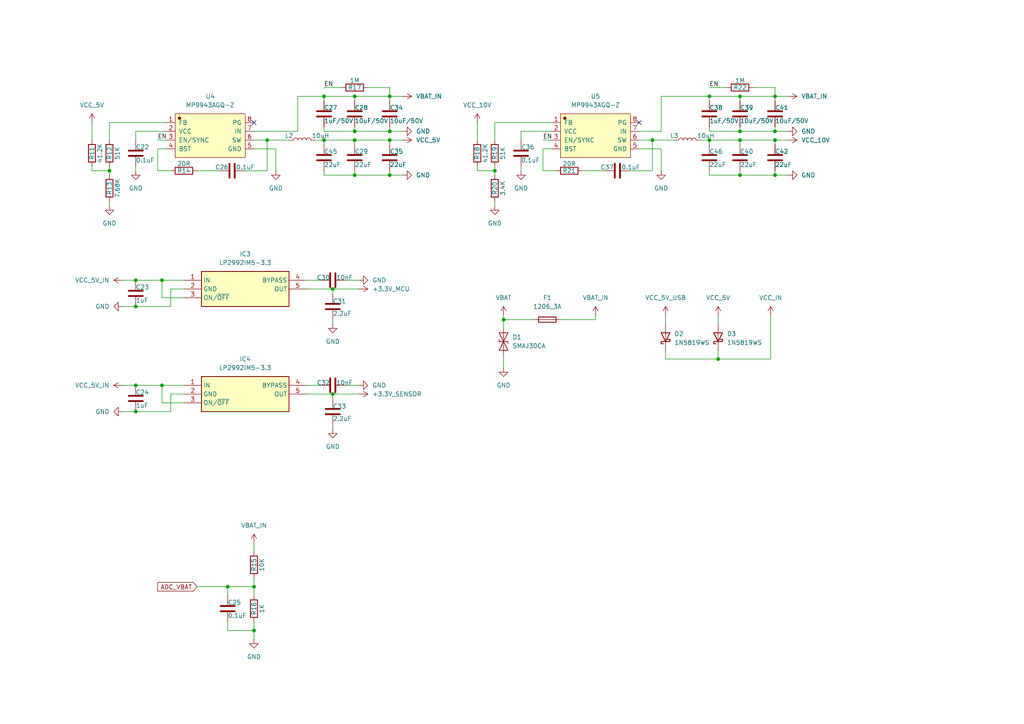
<source format=kicad_sch>
(kicad_sch (version 20250114) (generator "eeschema") (generator_version "9.0")
  (paper "A4")
  (lib_symbols
    (symbol "Library:1N5819WS" (pin_numbers (hide yes)) (pin_names (offset 1.016) (hide yes))
      (property "Reference" "D" (at 0 2.54 0))
      (property "Value" "1N5819WS" (at 0 -2.54 0))
      (symbol "1N5819WS_0_1"
        (polyline (pts (xy -1.905 0.635) (xy -1.905 1.27) (xy -1.27 1.27) (xy -1.27 -1.27) (xy -0.635 -1.27) (xy -0.635 -0.635)) (stroke (width 0.254)))
        (polyline (pts (xy 1.27 1.27) (xy 1.27 -1.27) (xy -1.27 0) (xy 1.27 1.27)) (stroke (width 0.254)))
        (polyline (pts (xy 1.27 0) (xy -1.27 0)))
      )
      (symbol "1N5819WS_1_1"
        (pin passive line (at -3.81 0 0) (length 2.54) (name "K") (number "1"))
        (pin passive line (at 3.81 0 180) (length 2.54) (name "A") (number "2"))
      )
    )
    (symbol "Library:C" (pin_numbers (hide yes)) (pin_names (offset 0.254))
      (property "Reference" "C" (at 0.635 2.54 0))
      (property "Value" "C" (at 0.635 -2.54 0))
      (symbol "C_0_1"
        (polyline (pts (xy -2.032 0.762) (xy 2.032 0.762)) (stroke (width 0.508)))
        (polyline (pts (xy -2.032 -0.762) (xy 2.032 -0.762)) (stroke (width 0.508)))
      )
      (symbol "C_1_1"
        (pin passive line (at 0 3.81 270) (length 2.794) (name "~") (number "1"))
        (pin passive line (at 0 -3.81 90) (length 2.794) (name "~") (number "2"))
      )
    )
    (symbol "Library:Fuse" (pin_numbers (hide yes)) (pin_names (offset 0))
      (property "Reference" "F" (at 2.032 0 90))
      (property "Value" "Fuse" (at -1.905 0 90))
      (symbol "Fuse_0_1"
        (rectangle (start -0.762 -2.54) (end 0.762 2.54) (stroke (width 0.254)))
        (polyline (pts (xy 0 2.54) (xy 0 -2.54)))
      )
      (symbol "Fuse_1_1"
        (pin passive line (at 0 3.81 270) (length 1.27) (name "~") (number "1"))
        (pin passive line (at 0 -3.81 90) (length 1.27) (name "~") (number "2"))
      )
    )
    (symbol "Library:L" (pin_numbers (hide yes)) (pin_names (offset 1.016) (hide yes))
      (property "Reference" "L" (at -1.27 0 90))
      (property "Value" "L" (at 1.905 0 90))
      (symbol "L_0_1"
        (arc (start 0 2.54) (mid 0.6323 1.905) (end 0 1.27))
        (arc (start 0 1.27) (mid 0.6323 0.635) (end 0 0))
        (arc (start 0 0) (mid 0.6323 -0.635) (end 0 -1.27))
        (arc (start 0 -1.27) (mid 0.6323 -1.905) (end 0 -2.54))
      )
      (symbol "L_1_1"
        (pin passive line (at 0 3.81 270) (length 1.27) (name "1") (number "1"))
        (pin passive line (at 0 -3.81 90) (length 1.27) (name "2") (number "2"))
      )
    )
    (symbol "Library:LP2992IM5-3.3"
      (property "Reference" "IC" (at 31.75 7.62 0))
      (property "Value" "LP2992IM5-3.3" (at 31.75 5.08 0))
      (symbol "LP2992IM5-3.3_1_1"
        (rectangle (start 5.08 2.54) (end 30.48 -7.62) (stroke (width 0.254)) (fill (type background)))
        (pin passive line (at 0 0 0) (length 5.08) (name "IN") (number "1"))
        (pin passive line (at 0 -2.54 0) (length 5.08) (name "GND") (number "2"))
        (pin passive line (at 0 -5.08 0) (length 5.08) (name "ON/~{OFF}") (number "3"))
        (pin passive line (at 35.56 0 180) (length 5.08) (name "BYPASS") (number "4"))
        (pin passive line (at 35.56 -2.54 180) (length 5.08) (name "OUT") (number "5"))
      )
    )
    (symbol "Library:MP9943AGQ-Z" (pin_names (offset 1.016))
      (property "Reference" "U" (at 0 8.9662 0))
      (property "Value" "MP9943AGQ-Z" (at 0 14.0462 0))
      (symbol "MP9943AGQ-Z_1_1"
        (rectangle (start -10.16 6.35) (end 10.16 -6.35) (stroke (width 0.1524)) (fill (type background)))
        (circle (center -8.89 5.08) (radius 0.381) (stroke (width 0.1524)) (fill (type outline)))
        (pin input line (at -12.7 3.81 0) (length 2.54) (name "FB") (number "1"))
        (pin input line (at -12.7 1.27 0) (length 2.54) (name "VCC") (number "2"))
        (pin input line (at -12.7 -1.27 0) (length 2.54) (name "EN/SYNC") (number "3"))
        (pin input line (at -12.7 -3.81 0) (length 2.54) (name "BST") (number "4"))
        (pin input line (at 12.7 3.81 180) (length 2.54) (name "PG") (number "8"))
        (pin input line (at 12.7 1.27 180) (length 2.54) (name "IN") (number "7"))
        (pin input line (at 12.7 -1.27 180) (length 2.54) (name "SW") (number "6"))
        (pin input line (at 12.7 -3.81 180) (length 2.54) (name "GND") (number "5"))
      )
    )
    (symbol "Library:R" (pin_numbers (hide yes)) (pin_names (offset 0))
      (property "Reference" "R" (at 2.032 0 90))
      (property "Value" "R" (at 0 0 90))
      (symbol "R_0_1"
        (rectangle (start -1.016 -2.54) (end 1.016 2.54) (stroke (width 0.254)))
      )
      (symbol "R_1_1"
        (pin passive line (at 0 3.81 270) (length 1.27) (name "~") (number "1"))
        (pin passive line (at 0 -3.81 90) (length 1.27) (name "~") (number "2"))
      )
    )
    (symbol "Library:SMAJ30CA" (pin_numbers (hide yes)) (pin_names (offset 1.016) (hide yes))
      (property "Reference" "D" (at 0 2.54 0))
      (property "Value" "SMAJ30CA" (at 0 -2.54 0))
      (symbol "SMAJ30CA_0_1"
        (polyline (pts (xy -2.54 -1.27) (xy 0 0) (xy -2.54 1.27) (xy -2.54 -1.27)) (stroke (width 0.2032)))
        (polyline (pts (xy 0.508 1.27) (xy 0 1.27) (xy 0 -1.27) (xy -0.508 -1.27)) (stroke (width 0.2032)))
        (polyline (pts (xy 1.27 0) (xy -1.27 0)))
        (polyline (pts (xy 2.54 1.27) (xy 2.54 -1.27) (xy 0 0) (xy 2.54 1.27)) (stroke (width 0.2032)))
      )
      (symbol "SMAJ30CA_1_1"
        (pin passive line (at -3.81 0 0) (length 2.54) (name "A1") (number "1"))
        (pin passive line (at 3.81 0 180) (length 2.54) (name "A2") (number "2"))
      )
    )
    (symbol "power:+3.3V" (power) (pin_numbers (hide yes)) (pin_names (offset 0) (hide yes))
      (property "Value" "+3.3V" (at 0 3.556 0))
      (symbol "+3.3V_0_1"
        (polyline (pts (xy -0.762 1.27) (xy 0 2.54)))
        (polyline (pts (xy 0 2.54) (xy 0.762 1.27)))
        (polyline (pts (xy 0 0) (xy 0 2.54)))
      )
      (symbol "+3.3V_1_1"
        (pin power_in line (at 0 0 90) (length 0) (name "~") (number "1"))
      )
    )
    (symbol "power:GND" (power) (pin_numbers (hide yes)) (pin_names (offset 0) (hide yes))
      (property "Value" "GND" (at 0 -3.81 0))
      (symbol "GND_0_1"
        (polyline (pts (xy 0 0) (xy 0 -1.27) (xy 1.27 -1.27) (xy 0 -2.54) (xy -1.27 -1.27) (xy 0 -1.27)))
      )
      (symbol "GND_1_1"
        (pin power_in line (at 0 0 270) (length 0) (name "~") (number "1"))
      )
    )
    (symbol "power:VCC" (power) (pin_numbers (hide yes)) (pin_names (offset 0) (hide yes))
      (property "Value" "VCC" (at 0 3.556 0))
      (symbol "VCC_0_1"
        (polyline (pts (xy -0.762 1.27) (xy 0 2.54)))
        (polyline (pts (xy 0 2.54) (xy 0.762 1.27)))
        (polyline (pts (xy 0 0) (xy 0 2.54)))
      )
      (symbol "VCC_1_1"
        (pin power_in line (at 0 0 90) (length 0) (name "~") (number "1"))
      )
    )
  )
  (junction (at 205.74 27.94))
  (junction (at 39.37 88.9))
  (junction (at 102.87 40.64))
  (junction (at 39.37 81.28))
  (junction (at 73.66 170.18))
  (junction (at 143.51 49.53))
  (junction (at 46.99 81.28))
  (junction (at 102.87 50.8))
  (junction (at 214.63 38.1))
  (junction (at 77.47 40.64))
  (junction (at 39.37 111.76))
  (junction (at 113.03 50.8))
  (junction (at 224.79 27.94))
  (junction (at 39.37 119.38))
  (junction (at 214.63 50.8))
  (junction (at 113.03 38.1))
  (junction (at 93.98 27.94))
  (junction (at 102.87 27.94))
  (junction (at 224.79 40.64))
  (junction (at 73.66 182.88))
  (junction (at 205.74 40.64))
  (junction (at 214.63 40.64))
  (junction (at 146.05 92.71))
  (junction (at 214.63 27.94))
  (junction (at 224.79 50.8))
  (junction (at 224.79 38.1))
  (junction (at 31.75 49.53))
  (junction (at 113.03 40.64))
  (junction (at 93.98 40.64))
  (junction (at 208.28 104.14))
  (junction (at 96.52 114.3))
  (junction (at 66.04 170.18))
  (junction (at 189.23 40.64))
  (junction (at 96.52 83.82))
  (junction (at 113.03 27.94))
  (junction (at 46.99 111.76))
  (junction (at 102.87 38.1))
  (no_connect (at 73.66 35.56))
  (no_connect (at 185.42 35.56))
  (wire (pts (xy 46.99 116.84) (xy 46.99 111.76)))
  (wire (pts (xy 224.79 50.8) (xy 228.6 50.8)))
  (wire (pts (xy 93.98 36.83) (xy 93.98 38.1)))
  (wire (pts (xy 53.34 116.84) (xy 46.99 116.84)))
  (wire (pts (xy 77.47 40.64) (xy 83.82 40.64)))
  (wire (pts (xy 151.13 48.26) (xy 151.13 49.53)))
  (wire (pts (xy 193.04 104.14) (xy 208.28 104.14)))
  (wire (pts (xy 162.56 92.71) (xy 172.72 92.71)))
  (wire (pts (xy 46.99 111.76) (xy 53.34 111.76)))
  (wire (pts (xy 93.98 27.94) (xy 102.87 27.94)))
  (wire (pts (xy 205.74 25.4) (xy 210.82 25.4)))
  (wire (pts (xy 146.05 92.71) (xy 154.94 92.71)))
  (wire (pts (xy 93.98 49.53) (xy 93.98 50.8)))
  (wire (pts (xy 224.79 40.64) (xy 224.79 41.91)))
  (wire (pts (xy 205.74 38.1) (xy 214.63 38.1)))
  (wire (pts (xy 57.15 49.53) (xy 63.5 49.53)))
  (wire (pts (xy 157.48 40.64) (xy 160.02 40.64)))
  (wire (pts (xy 157.48 43.18) (xy 157.48 49.53)))
  (wire (pts (xy 189.23 40.64) (xy 185.42 40.64)))
  (wire (pts (xy 93.98 38.1) (xy 102.87 38.1)))
  (wire (pts (xy 214.63 38.1) (xy 224.79 38.1)))
  (wire (pts (xy 214.63 27.94) (xy 224.79 27.94)))
  (wire (pts (xy 31.75 58.42) (xy 31.75 59.69)))
  (wire (pts (xy 185.42 38.1) (xy 191.77 38.1)))
  (wire (pts (xy 26.67 49.53) (xy 31.75 49.53)))
  (wire (pts (xy 138.43 48.26) (xy 138.43 49.53)))
  (wire (pts (xy 214.63 40.64) (xy 214.63 41.91)))
  (wire (pts (xy 53.34 114.3) (xy 49.53 114.3)))
  (wire (pts (xy 73.66 167.64) (xy 73.66 170.18)))
  (wire (pts (xy 172.72 91.44) (xy 172.72 92.71)))
  (wire (pts (xy 35.56 119.38) (xy 39.37 119.38)))
  (wire (pts (xy 73.66 157.48) (xy 73.66 160.02)))
  (wire (pts (xy 191.77 27.94) (xy 191.77 38.1)))
  (wire (pts (xy 31.75 49.53) (xy 31.75 50.8)))
  (wire (pts (xy 102.87 27.94) (xy 102.87 29.21)))
  (wire (pts (xy 146.05 91.44) (xy 146.05 92.71)))
  (wire (pts (xy 35.56 81.28) (xy 39.37 81.28)))
  (wire (pts (xy 113.03 50.8) (xy 116.84 50.8)))
  (wire (pts (xy 113.03 27.94) (xy 116.84 27.94)))
  (wire (pts (xy 102.87 36.83) (xy 102.87 38.1)))
  (wire (pts (xy 53.34 86.36) (xy 46.99 86.36)))
  (wire (pts (xy 102.87 27.94) (xy 113.03 27.94)))
  (wire (pts (xy 93.98 27.94) (xy 93.98 29.21)))
  (wire (pts (xy 113.03 49.53) (xy 113.03 50.8)))
  (wire (pts (xy 48.26 38.1) (xy 39.37 38.1)))
  (wire (pts (xy 208.28 104.14) (xy 223.52 104.14)))
  (wire (pts (xy 151.13 38.1) (xy 151.13 40.64)))
  (wire (pts (xy 208.28 101.6) (xy 208.28 104.14)))
  (wire (pts (xy 189.23 40.64) (xy 195.58 40.64)))
  (wire (pts (xy 46.99 86.36) (xy 46.99 81.28)))
  (wire (pts (xy 113.03 40.64) (xy 113.03 41.91)))
  (wire (pts (xy 73.66 38.1) (xy 86.36 38.1)))
  (wire (pts (xy 48.26 43.18) (xy 45.72 43.18)))
  (wire (pts (xy 205.74 36.83) (xy 205.74 38.1)))
  (wire (pts (xy 203.2 40.64) (xy 205.74 40.64)))
  (wire (pts (xy 113.03 38.1) (xy 116.84 38.1)))
  (wire (pts (xy 102.87 40.64) (xy 113.03 40.64)))
  (wire (pts (xy 86.36 27.94) (xy 93.98 27.94)))
  (wire (pts (xy 205.74 27.94) (xy 205.74 29.21)))
  (wire (pts (xy 49.53 83.82) (xy 49.53 88.9)))
  (wire (pts (xy 146.05 92.71) (xy 146.05 95.25)))
  (wire (pts (xy 224.79 27.94) (xy 228.6 27.94)))
  (wire (pts (xy 88.9 114.3) (xy 96.52 114.3)))
  (wire (pts (xy 66.04 170.18) (xy 66.04 172.72)))
  (wire (pts (xy 35.56 88.9) (xy 39.37 88.9)))
  (wire (pts (xy 92.71 111.76) (xy 88.9 111.76)))
  (wire (pts (xy 224.79 49.53) (xy 224.79 50.8)))
  (wire (pts (xy 205.74 40.64) (xy 214.63 40.64)))
  (wire (pts (xy 113.03 25.4) (xy 113.03 27.94)))
  (wire (pts (xy 39.37 38.1) (xy 39.37 40.64)))
  (wire (pts (xy 113.03 40.64) (xy 116.84 40.64)))
  (wire (pts (xy 31.75 48.26) (xy 31.75 49.53)))
  (wire (pts (xy 39.37 48.26) (xy 39.37 49.53)))
  (wire (pts (xy 189.23 49.53) (xy 189.23 40.64)))
  (wire (pts (xy 86.36 27.94) (xy 86.36 38.1)))
  (wire (pts (xy 49.53 114.3) (xy 49.53 119.38)))
  (wire (pts (xy 96.52 83.82) (xy 104.14 83.82)))
  (wire (pts (xy 77.47 40.64) (xy 73.66 40.64)))
  (wire (pts (xy 66.04 182.88) (xy 73.66 182.88)))
  (wire (pts (xy 224.79 36.83) (xy 224.79 38.1)))
  (wire (pts (xy 45.72 43.18) (xy 45.72 49.53)))
  (wire (pts (xy 224.79 40.64) (xy 228.6 40.64)))
  (wire (pts (xy 146.05 102.87) (xy 146.05 106.68)))
  (wire (pts (xy 66.04 180.34) (xy 66.04 182.88)))
  (wire (pts (xy 193.04 101.6) (xy 193.04 104.14)))
  (wire (pts (xy 143.51 48.26) (xy 143.51 49.53)))
  (wire (pts (xy 93.98 25.4) (xy 99.06 25.4)))
  (wire (pts (xy 39.37 88.9) (xy 49.53 88.9)))
  (wire (pts (xy 93.98 50.8) (xy 102.87 50.8)))
  (wire (pts (xy 66.04 170.18) (xy 73.66 170.18)))
  (wire (pts (xy 102.87 40.64) (xy 102.87 41.91)))
  (wire (pts (xy 88.9 83.82) (xy 96.52 83.82)))
  (wire (pts (xy 31.75 35.56) (xy 48.26 35.56)))
  (wire (pts (xy 208.28 91.44) (xy 208.28 93.98)))
  (wire (pts (xy 102.87 50.8) (xy 113.03 50.8)))
  (wire (pts (xy 35.56 111.76) (xy 39.37 111.76)))
  (wire (pts (xy 143.51 49.53) (xy 143.51 50.8)))
  (wire (pts (xy 168.91 49.53) (xy 175.26 49.53)))
  (wire (pts (xy 39.37 119.38) (xy 49.53 119.38)))
  (wire (pts (xy 77.47 49.53) (xy 77.47 40.64)))
  (wire (pts (xy 224.79 38.1) (xy 228.6 38.1)))
  (wire (pts (xy 73.66 43.18) (xy 80.01 43.18)))
  (wire (pts (xy 96.52 83.82) (xy 96.52 85.09)))
  (wire (pts (xy 138.43 49.53) (xy 143.51 49.53)))
  (wire (pts (xy 39.37 81.28) (xy 46.99 81.28)))
  (wire (pts (xy 73.66 170.18) (xy 73.66 172.72)))
  (wire (pts (xy 138.43 35.56) (xy 138.43 40.64)))
  (wire (pts (xy 214.63 27.94) (xy 214.63 29.21)))
  (wire (pts (xy 100.33 111.76) (xy 104.14 111.76)))
  (wire (pts (xy 73.66 182.88) (xy 73.66 180.34)))
  (wire (pts (xy 191.77 43.18) (xy 191.77 49.53)))
  (wire (pts (xy 26.67 48.26) (xy 26.67 49.53)))
  (wire (pts (xy 185.42 43.18) (xy 191.77 43.18)))
  (wire (pts (xy 57.15 170.18) (xy 66.04 170.18)))
  (wire (pts (xy 91.44 40.64) (xy 93.98 40.64)))
  (wire (pts (xy 224.79 27.94) (xy 224.79 29.21)))
  (wire (pts (xy 214.63 36.83) (xy 214.63 38.1)))
  (wire (pts (xy 113.03 36.83) (xy 113.03 38.1)))
  (wire (pts (xy 46.99 81.28) (xy 53.34 81.28)))
  (wire (pts (xy 102.87 38.1) (xy 113.03 38.1)))
  (wire (pts (xy 73.66 182.88) (xy 73.66 185.42)))
  (wire (pts (xy 100.33 81.28) (xy 104.14 81.28)))
  (wire (pts (xy 93.98 40.64) (xy 93.98 41.91)))
  (wire (pts (xy 31.75 35.56) (xy 31.75 40.64)))
  (wire (pts (xy 96.52 123.19) (xy 96.52 124.46)))
  (wire (pts (xy 96.52 92.71) (xy 96.52 93.98)))
  (wire (pts (xy 106.68 25.4) (xy 113.03 25.4)))
  (wire (pts (xy 205.74 27.94) (xy 214.63 27.94)))
  (wire (pts (xy 205.74 40.64) (xy 205.74 41.91)))
  (wire (pts (xy 53.34 83.82) (xy 49.53 83.82)))
  (wire (pts (xy 143.51 35.56) (xy 160.02 35.56)))
  (wire (pts (xy 214.63 49.53) (xy 214.63 50.8)))
  (wire (pts (xy 160.02 43.18) (xy 157.48 43.18)))
  (wire (pts (xy 160.02 38.1) (xy 151.13 38.1)))
  (wire (pts (xy 214.63 50.8) (xy 224.79 50.8)))
  (wire (pts (xy 205.74 50.8) (xy 214.63 50.8)))
  (wire (pts (xy 143.51 35.56) (xy 143.51 40.64)))
  (wire (pts (xy 96.52 114.3) (xy 96.52 115.57)))
  (wire (pts (xy 102.87 49.53) (xy 102.87 50.8)))
  (wire (pts (xy 218.44 25.4) (xy 224.79 25.4)))
  (wire (pts (xy 223.52 91.44) (xy 223.52 104.14)))
  (wire (pts (xy 39.37 111.76) (xy 46.99 111.76)))
  (wire (pts (xy 71.12 49.53) (xy 77.47 49.53)))
  (wire (pts (xy 157.48 49.53) (xy 161.29 49.53)))
  (wire (pts (xy 205.74 49.53) (xy 205.74 50.8)))
  (wire (pts (xy 45.72 40.64) (xy 48.26 40.64)))
  (wire (pts (xy 93.98 40.64) (xy 102.87 40.64)))
  (wire (pts (xy 224.79 25.4) (xy 224.79 27.94)))
  (wire (pts (xy 143.51 58.42) (xy 143.51 59.69)))
  (wire (pts (xy 80.01 43.18) (xy 80.01 49.53)))
  (wire (pts (xy 214.63 40.64) (xy 224.79 40.64)))
  (wire (pts (xy 182.88 49.53) (xy 189.23 49.53)))
  (wire (pts (xy 191.77 27.94) (xy 205.74 27.94)))
  (wire (pts (xy 92.71 81.28) (xy 88.9 81.28)))
  (wire (pts (xy 26.67 35.56) (xy 26.67 40.64)))
  (wire (pts (xy 96.52 114.3) (xy 104.14 114.3)))
  (wire (pts (xy 113.03 27.94) (xy 113.03 29.21)))
  (wire (pts (xy 45.72 49.53) (xy 49.53 49.53)))
  (wire (pts (xy 193.04 91.44) (xy 193.04 93.98)))
  (label "EN" (at 205.74 25.4 0))
  (label "EN" (at 93.98 25.4 0))
  (label "EN" (at 45.72 40.64 0))
  (label "EN" (at 157.48 40.64 0))
  (global_label "ADC_VBAT" (shape input) (at 57.15 170.18 180) (property "Intersheetrefs" "${INTERSHEET_REFS}" (effects (hide yes))))
  (symbol (lib_id "power:VCC") (at 138.43 35.56 0) (unit 1)
    (property "Reference" "#PWR062" (effects (hide yes)))
    (property "Value" "VCC_10V" (at 138.43 30.48 0))
    (property "Description" "Power symbol creates a global label with name \"VCC\"" (effects (hide yes)))
  )
  (symbol (lib_id "Library:R") (at 214.63 25.4 90) (unit 1)
    (property "Reference" "R22" (at 214.63 25.4 90))
    (property "Value" "1M" (at 214.63 23.368 90))
    (property "Footprint" "Resistor_SMD:R_0402_1005Metric" (effects (hide yes)))
    (property "Description" "Resistor" (effects (hide yes)))
  )
  (symbol (lib_id "power:GND") (at 96.52 124.46 0) (unit 1)
    (property "Reference" "#PWR053" (effects (hide yes)))
    (property "Value" "GND" (at 96.52 129.54 0))
    (property "Description" "Power symbol creates a global label with name \"GND\" , ground" (effects (hide yes)))
  )
  (symbol (lib_id "Library:Fuse") (at 158.75 92.71 90) (unit 1)
    (property "Reference" "F1" (at 158.75 86.36 90))
    (property "Value" "1206_3A" (at 158.75 88.9 90))
    (property "Footprint" "Resistor_SMD:R_1206_3216Metric" (effects (hide yes)))
    (property "Description" "Fuse" (effects (hide yes)))
  )
  (symbol (lib_id "Library:C") (at 67.31 49.53 90) (unit 1)
    (property "Reference" "C26" (at 66.294 48.514 90) (effects (justify left)))
    (property "Value" "0.1uF" (at 73.914 48.514 90) (effects (justify left)))
    (property "Footprint" "Capacitor_SMD:C_0402_1005Metric" (effects (hide yes)))
    (property "Description" "Unpolarized capacitor" (effects (hide yes)))
  )
  (symbol (lib_id "Library:1N5819WS") (at 193.04 97.79 90) (unit 1)
    (property "Reference" "D2" (at 195.58 96.8374 90) (effects (justify right)))
    (property "Value" "1N5819WS" (at 195.58 99.3774 90) (effects (justify right)))
    (property "Footprint" "Diode_SMD:D_SOD-323" (effects (hide yes)))
    (property "Datasheet" "https://datasheet.lcsc.com/lcsc/2204281430_Guangdong-Hottech-1N5819WS_C191023.pdf" (effects (hide yes)))
    (property "Description" "40V 600mV@1A 1A SOD-323 Schottky Barrier Diodes, SOD-323" (effects (hide yes)))
  )
  (symbol (lib_id "Library:C") (at 93.98 33.02 0) (unit 1)
    (property "Reference" "C27" (at 93.98 31.242 0) (effects (justify left)))
    (property "Value" "1uF/50V" (at 93.98 35.052 0) (effects (justify left)))
    (property "Footprint" "Capacitor_SMD:C_0805_2012Metric" (effects (hide yes)))
    (property "Description" "Unpolarized capacitor" (effects (hide yes)))
  )
  (symbol (lib_id "power:VCC") (at 223.52 91.44 0) (unit 1)
    (property "Reference" "#PWR075" (effects (hide yes)))
    (property "Value" "VCC_IN" (at 223.52 86.36 0))
    (property "Description" "Power symbol creates a global label with name \"VCC\"" (effects (hide yes)))
  )
  (symbol (lib_id "Library:R") (at 53.34 49.53 90) (unit 1)
    (property "Reference" "R14" (at 53.34 49.53 90))
    (property "Value" "20R" (at 53.34 47.498 90))
    (property "Footprint" "Resistor_SMD:R_0402_1005Metric" (effects (hide yes)))
    (property "Description" "Resistor" (effects (hide yes)))
  )
  (symbol (lib_id "Library:C") (at 66.04 176.53 0) (unit 1)
    (property "Reference" "C25" (at 66.04 174.752 0) (effects (justify left)))
    (property "Value" "0.1uF" (at 66.04 178.562 0) (effects (justify left)))
    (property "Footprint" "Capacitor_SMD:C_0402_1005Metric" (effects (hide yes)))
    (property "Description" "Unpolarized capacitor" (effects (hide yes)))
  )
  (symbol (lib_id "Library:1N5819WS") (at 208.28 97.79 90) (unit 1)
    (property "Reference" "D3" (at 210.82 96.8374 90) (effects (justify right)))
    (property "Value" "1N5819WS" (at 210.82 99.3774 90) (effects (justify right)))
    (property "Footprint" "Diode_SMD:D_SOD-323" (effects (hide yes)))
    (property "Datasheet" "https://datasheet.lcsc.com/lcsc/2204281430_Guangdong-Hottech-1N5819WS_C191023.pdf" (effects (hide yes)))
    (property "Description" "40V 600mV@1A 1A SOD-323 Schottky Barrier Diodes, SOD-323" (effects (hide yes)))
  )
  (symbol (lib_id "power:+3.3V") (at 104.14 83.82 270) (unit 1)
    (property "Reference" "#PWR055" (effects (hide yes)))
    (property "Value" "+3.3V_MCU" (at 107.95 83.8199 90) (effects (justify left)))
    (property "Description" "Power symbol creates a global label with name \"+3.3V\"" (effects (hide yes)))
  )
  (symbol (lib_id "Library:LP2992IM5-3.3") (at 53.34 111.76 0) (unit 1)
    (property "Reference" "IC4" (at 71.12 104.14 0))
    (property "Value" "LP2992IM5-3.3" (at 71.12 106.68 0))
    (property "Footprint" "SOT95P280X145-5N" (effects (hide yes)))
    (property "Datasheet" "https://www.arrow.com/en/products/lp2992im5-3.3/texas-instruments" (effects (hide yes)))
    (property "Description" "Low-Dropout Regulator" (effects (hide yes)))
    (property "Height" "1.45" (effects (hide yes)))
    (property "Manufacturer_Name" "Texas Instruments" (effects (hide yes)))
    (property "Manufacturer_Part_Number" "LP2992IM5-3.3" (effects (hide yes)))
    (property "Mouser Part Number" "926-LP2992IM5-33" (effects (hide yes)))
    (property "Mouser Price/Stock" "https://www.mouser.co.uk/ProductDetail/Texas-Instruments/LP2992IM5-33?qs=1FNqv8aZn1QY2f6tBFhcqg%3D%3D" (effects (hide yes)))
    (property "Arrow Part Number" "LP2992IM5-3.3" (effects (hide yes)))
    (property "Arrow Price/Stock" "https://www.arrow.com/en/products/lp2992im5-3.3/texas-instruments" (effects (hide yes)))
  )
  (symbol (lib_id "power:VCC") (at 35.56 81.28 90) (unit 1)
    (property "Reference" "#PWR044" (effects (hide yes)))
    (property "Value" "VCC_5V_IN" (at 31.75 81.2799 90) (effects (justify left)))
    (property "Description" "Power symbol creates a global label with name \"VCC\"" (effects (hide yes)))
  )
  (symbol (lib_id "power:GND") (at 146.05 106.68 0) (unit 1)
    (property "Reference" "#PWR065" (effects (hide yes)))
    (property "Value" "GND" (at 146.05 111.76 0))
    (property "Description" "Power symbol creates a global label with name \"GND\" , ground" (effects (hide yes)))
  )
  (symbol (lib_id "Library:R") (at 102.87 25.4 90) (unit 1)
    (property "Reference" "R17" (at 102.87 25.4 90))
    (property "Value" "1M" (at 102.87 23.368 90))
    (property "Footprint" "Resistor_SMD:R_0402_1005Metric" (effects (hide yes)))
    (property "Description" "Resistor" (effects (hide yes)))
  )
  (symbol (lib_id "power:VCC") (at 116.84 40.64 270) (unit 1)
    (property "Reference" "#PWR060" (effects (hide yes)))
    (property "Value" "VCC_5V" (at 120.65 40.6399 90) (effects (justify left)))
    (property "Description" "Power symbol creates a global label with name \"VCC\"" (effects (hide yes)))
  )
  (symbol (lib_id "Library:C") (at 39.37 115.57 0) (unit 1)
    (property "Reference" "C24" (at 39.37 113.792 0) (effects (justify left)))
    (property "Value" "1uF" (at 39.37 117.602 0) (effects (justify left)))
    (property "Footprint" "Capacitor_SMD:C_0603_1608Metric" (effects (hide yes)))
    (property "Description" "Unpolarized capacitor" (effects (hide yes)))
  )
  (symbol (lib_id "power:VCC") (at 35.56 111.76 90) (unit 1)
    (property "Reference" "#PWR046" (effects (hide yes)))
    (property "Value" "VCC_5V_IN" (at 31.75 111.7599 90) (effects (justify left)))
    (property "Description" "Power symbol creates a global label with name \"VCC\"" (effects (hide yes)))
  )
  (symbol (lib_id "Library:R") (at 31.75 44.45 0) (unit 1)
    (property "Reference" "R12" (at 31.75 44.45 90))
    (property "Value" "51K" (at 34.036 44.45 90))
    (property "Footprint" "Resistor_SMD:R_0402_1005Metric" (effects (hide yes)))
    (property "Description" "Resistor" (effects (hide yes)))
  )
  (symbol (lib_id "power:GND") (at 39.37 49.53 0) (unit 1)
    (property "Reference" "#PWR048" (effects (hide yes)))
    (property "Value" "GND" (at 39.37 54.61 0))
    (property "Description" "Power symbol creates a global label with name \"GND\" , ground" (effects (hide yes)))
  )
  (symbol (lib_id "Library:C") (at 96.52 88.9 0) (unit 1)
    (property "Reference" "C31" (at 96.52 87.376 0) (effects (justify left)))
    (property "Value" "2.2uF" (at 96.52 90.932 0) (effects (justify left)))
    (property "Footprint" "Capacitor_SMD:C_0603_1608Metric" (effects (hide yes)))
    (property "Description" "Unpolarized capacitor" (effects (hide yes)))
  )
  (symbol (lib_id "power:GND") (at 116.84 50.8 90) (unit 1)
    (property "Reference" "#PWR061" (effects (hide yes)))
    (property "Value" "GND" (at 120.65 50.7999 90) (effects (justify right)))
    (property "Description" "Power symbol creates a global label with name \"GND\" , ground" (effects (hide yes)))
  )
  (symbol (lib_id "Library:C") (at 214.63 45.72 0) (unit 1)
    (property "Reference" "C40" (at 214.63 43.942 0) (effects (justify left)))
    (property "Value" "22uF" (at 214.63 47.752 0) (effects (justify left)))
    (property "Footprint" "Capacitor_SMD:C_0805_2012Metric" (effects (hide yes)))
    (property "Description" "Unpolarized capacitor" (effects (hide yes)))
  )
  (symbol (lib_id "power:GND") (at 35.56 88.9 270) (unit 1)
    (property "Reference" "#PWR045" (effects (hide yes)))
    (property "Value" "GND" (at 31.75 88.8999 90) (effects (justify right)))
    (property "Description" "Power symbol creates a global label with name \"GND\" , ground" (effects (hide yes)))
  )
  (symbol (lib_id "Library:C") (at 113.03 33.02 0) (unit 1)
    (property "Reference" "C34" (at 113.03 31.242 0) (effects (justify left)))
    (property "Value" "10uF/50V" (at 113.03 35.052 0) (effects (justify left)))
    (property "Footprint" "Capacitor_SMD:C_0805_2012Metric" (effects (hide yes)))
    (property "Description" "Unpolarized capacitor" (effects (hide yes)))
  )
  (symbol (lib_id "power:GND") (at 228.6 50.8 90) (unit 1)
    (property "Reference" "#PWR074" (effects (hide yes)))
    (property "Value" "GND" (at 232.41 50.7999 90) (effects (justify right)))
    (property "Description" "Power symbol creates a global label with name \"GND\" , ground" (effects (hide yes)))
  )
  (symbol (lib_id "power:VCC") (at 193.04 91.44 0) (unit 1)
    (property "Reference" "#PWR069" (effects (hide yes)))
    (property "Value" "VCC_5V_USB" (at 193.04 86.36 0))
    (property "Description" "Power symbol creates a global label with name \"VCC\"" (effects (hide yes)))
  )
  (symbol (lib_id "Library:C") (at 96.52 111.76 90) (unit 1)
    (property "Reference" "C32" (at 95.758 110.998 90) (effects (justify left)))
    (property "Value" "10nF" (at 102.362 110.998 90) (effects (justify left)))
    (property "Footprint" "Capacitor_SMD:C_0402_1005Metric" (effects (hide yes)))
    (property "Description" "Unpolarized capacitor" (effects (hide yes)))
  )
  (symbol (lib_id "Library:MP9943AGQ-Z") (at 172.72 39.37 0) (unit 1)
    (property "Reference" "U5" (at 172.72 27.94 0))
    (property "Value" "MP9943AGQ-Z" (at 172.72 30.48 0))
    (property "Footprint" "SamacSys_Parts:QFN-8_L3.0-W3.0-P0.65" (effects (hide yes)))
    (property "SuppliersPartNumber" "C190866" (effects (hide yes)))
    (property "uuid" "std:6c44f97955ab462bad52ed05e4f65988" (effects (hide yes)))
  )
  (symbol (lib_id "Library:R") (at 73.66 163.83 0) (unit 1)
    (property "Reference" "R15" (at 73.66 163.83 90))
    (property "Value" "10K" (at 75.946 163.83 90))
    (property "Footprint" "Resistor_SMD:R_0402_1005Metric" (effects (hide yes)))
    (property "Description" "Resistor" (effects (hide yes)))
  )
  (symbol (lib_id "power:GND") (at 191.77 49.53 0) (unit 1)
    (property "Reference" "#PWR068" (effects (hide yes)))
    (property "Value" "GND" (at 191.77 54.61 0))
    (property "Description" "Power symbol creates a global label with name \"GND\" , ground" (effects (hide yes)))
  )
  (symbol (lib_id "Library:C") (at 179.07 49.53 90) (unit 1)
    (property "Reference" "C37" (at 178.054 48.514 90) (effects (justify left)))
    (property "Value" "0.1uF" (at 185.674 48.514 90) (effects (justify left)))
    (property "Footprint" "Capacitor_SMD:C_0402_1005Metric" (effects (hide yes)))
    (property "Description" "Unpolarized capacitor" (effects (hide yes)))
  )
  (symbol (lib_id "power:VCC") (at 73.66 157.48 0) (unit 1)
    (property "Reference" "#PWR049" (effects (hide yes)))
    (property "Value" "VBAT_IN" (at 73.66 152.4 0))
    (property "Description" "Power symbol creates a global label with name \"VCC\"" (effects (hide yes)))
  )
  (symbol (lib_id "Library:C") (at 205.74 33.02 0) (unit 1)
    (property "Reference" "C38" (at 205.74 31.242 0) (effects (justify left)))
    (property "Value" "1uF/50V" (at 205.74 35.052 0) (effects (justify left)))
    (property "Footprint" "Capacitor_SMD:C_0805_2012Metric" (effects (hide yes)))
    (property "Description" "Unpolarized capacitor" (effects (hide yes)))
  )
  (symbol (lib_id "Library:L") (at 199.39 40.64 90) (unit 1)
    (property "Reference" "L3" (at 195.58 39.37 90))
    (property "Value" "10uH" (at 204.724 39.37 90))
    (property "Footprint" "Inductor_SMD:L_APV_APH0530" (effects (hide yes)))
    (property "Description" "Inductor" (effects (hide yes)))
  )
  (symbol (lib_id "power:VCC") (at 26.67 35.56 0) (unit 1)
    (property "Reference" "#PWR042" (effects (hide yes)))
    (property "Value" "VCC_5V" (at 26.67 30.48 0))
    (property "Description" "Power symbol creates a global label with name \"VCC\"" (effects (hide yes)))
  )
  (symbol (lib_id "Library:C") (at 113.03 45.72 0) (unit 1)
    (property "Reference" "C35" (at 113.03 43.942 0) (effects (justify left)))
    (property "Value" "22uF" (at 113.03 47.752 0) (effects (justify left)))
    (property "Footprint" "Capacitor_SMD:C_0805_2012Metric" (effects (hide yes)))
    (property "Description" "Unpolarized capacitor" (effects (hide yes)))
  )
  (symbol (lib_id "Library:L") (at 87.63 40.64 90) (unit 1)
    (property "Reference" "L2" (at 83.82 39.37 90))
    (property "Value" "10uH" (at 92.964 39.37 90))
    (property "Footprint" "Inductor_SMD:L_APV_APH0530" (effects (hide yes)))
    (property "Description" "Inductor" (effects (hide yes)))
  )
  (symbol (lib_id "power:GND") (at 104.14 81.28 90) (unit 1)
    (property "Reference" "#PWR054" (effects (hide yes)))
    (property "Value" "GND" (at 107.95 81.2799 90) (effects (justify right)))
    (property "Description" "Power symbol creates a global label with name \"GND\" , ground" (effects (hide yes)))
  )
  (symbol (lib_id "power:GND") (at 80.01 49.53 0) (unit 1)
    (property "Reference" "#PWR051" (effects (hide yes)))
    (property "Value" "GND" (at 80.01 54.61 0))
    (property "Description" "Power symbol creates a global label with name \"GND\" , ground" (effects (hide yes)))
  )
  (symbol (lib_id "Library:R") (at 26.67 44.45 0) (unit 1)
    (property "Reference" "R11" (at 26.67 44.45 90))
    (property "Value" "41.2K" (at 28.956 44.45 90))
    (property "Footprint" "Resistor_SMD:R_0402_1005Metric" (effects (hide yes)))
    (property "Description" "Resistor" (effects (hide yes)))
  )
  (symbol (lib_id "Library:C") (at 96.52 119.38 0) (unit 1)
    (property "Reference" "C33" (at 96.52 117.856 0) (effects (justify left)))
    (property "Value" "2.2uF" (at 96.52 121.412 0) (effects (justify left)))
    (property "Footprint" "Capacitor_SMD:C_0603_1608Metric" (effects (hide yes)))
    (property "Description" "Unpolarized capacitor" (effects (hide yes)))
  )
  (symbol (lib_id "Library:C") (at 96.52 81.28 90) (unit 1)
    (property "Reference" "C30" (at 95.758 80.518 90) (effects (justify left)))
    (property "Value" "10nF" (at 102.362 80.518 90) (effects (justify left)))
    (property "Footprint" "Capacitor_SMD:C_0402_1005Metric" (effects (hide yes)))
    (property "Description" "Unpolarized capacitor" (effects (hide yes)))
  )
  (symbol (lib_id "power:GND") (at 31.75 59.69 0) (unit 1)
    (property "Reference" "#PWR043" (effects (hide yes)))
    (property "Value" "GND" (at 31.75 64.77 0))
    (property "Description" "Power symbol creates a global label with name \"GND\" , ground" (effects (hide yes)))
  )
  (symbol (lib_id "power:VCC") (at 172.72 91.44 0) (unit 1)
    (property "Reference" "#PWR067" (effects (hide yes)))
    (property "Value" "VBAT_IN" (at 172.72 86.36 0))
    (property "Description" "Power symbol creates a global label with name \"VCC\"" (effects (hide yes)))
  )
  (symbol (lib_id "power:VCC") (at 146.05 91.44 0) (unit 1)
    (property "Reference" "#PWR064" (effects (hide yes)))
    (property "Value" "VBAT" (at 146.05 86.36 0))
    (property "Description" "Power symbol creates a global label with name \"VCC\"" (effects (hide yes)))
  )
  (symbol (lib_id "power:GND") (at 35.56 119.38 270) (unit 1)
    (property "Reference" "#PWR047" (effects (hide yes)))
    (property "Value" "GND" (at 31.75 119.3799 90) (effects (justify right)))
    (property "Description" "Power symbol creates a global label with name \"GND\" , ground" (effects (hide yes)))
  )
  (symbol (lib_id "Library:SMAJ30CA") (at 146.05 99.06 90) (unit 1)
    (property "Reference" "D1" (at 148.59 97.7899 90) (effects (justify right)))
    (property "Value" "SMAJ30CA" (at 148.59 100.3299 90) (effects (justify right)))
    (property "Footprint" "Diode_SMD:D_SMA" (effects (hide yes)))
    (property "Datasheet" "https://www.littelfuse.com/media?resourcetype=datasheets&itemid=75e32973-b177-4ee3-a0ff-cedaf1abdb93&filename=smaj-datasheet" (effects (hide yes)))
    (property "Description" "400W bidirectional Transient Voltage Suppressor, 30.0Vr, SMA(DO-214AC)" (effects (hide yes)))
  )
  (symbol (lib_id "Library:R") (at 143.51 44.45 0) (unit 1)
    (property "Reference" "R19" (at 143.51 44.45 90))
    (property "Value" "51K" (at 145.796 44.45 90))
    (property "Footprint" "Resistor_SMD:R_0402_1005Metric" (effects (hide yes)))
    (property "Description" "Resistor" (effects (hide yes)))
  )
  (symbol (lib_id "Library:C") (at 205.74 45.72 0) (unit 1)
    (property "Reference" "C46" (at 205.74 43.942 0) (effects (justify left)))
    (property "Value" "22uF" (at 205.74 47.752 0) (effects (justify left)))
    (property "Footprint" "Capacitor_SMD:C_0805_2012Metric" (effects (hide yes)))
    (property "Description" "Unpolarized capacitor" (effects (hide yes)))
  )
  (symbol (lib_id "Library:C") (at 93.98 45.72 0) (unit 1)
    (property "Reference" "C45" (at 93.98 43.942 0) (effects (justify left)))
    (property "Value" "22uF" (at 93.98 47.752 0) (effects (justify left)))
    (property "Footprint" "Capacitor_SMD:C_0805_2012Metric" (effects (hide yes)))
    (property "Description" "Unpolarized capacitor" (effects (hide yes)))
  )
  (symbol (lib_id "Library:C") (at 39.37 85.09 0) (unit 1)
    (property "Reference" "C23" (at 39.37 83.312 0) (effects (justify left)))
    (property "Value" "1uF" (at 39.37 87.122 0) (effects (justify left)))
    (property "Footprint" "Capacitor_SMD:C_0603_1608Metric" (effects (hide yes)))
    (property "Description" "Unpolarized capacitor" (effects (hide yes)))
  )
  (symbol (lib_id "Library:R") (at 73.66 176.53 0) (unit 1)
    (property "Reference" "R16" (at 73.66 176.53 90))
    (property "Value" "1K" (at 75.946 176.53 90))
    (property "Footprint" "Resistor_SMD:R_0402_1005Metric" (effects (hide yes)))
    (property "Description" "Resistor" (effects (hide yes)))
  )
  (symbol (lib_id "Library:R") (at 138.43 44.45 0) (unit 1)
    (property "Reference" "R18" (at 138.43 44.45 90))
    (property "Value" "41.2K" (at 140.716 44.45 90))
    (property "Footprint" "Resistor_SMD:R_0402_1005Metric" (effects (hide yes)))
    (property "Description" "Resistor" (effects (hide yes)))
  )
  (symbol (lib_id "Library:C") (at 102.87 33.02 0) (unit 1)
    (property "Reference" "C28" (at 102.87 31.242 0) (effects (justify left)))
    (property "Value" "10uF/50V" (at 102.87 35.052 0) (effects (justify left)))
    (property "Footprint" "Capacitor_SMD:C_0805_2012Metric" (effects (hide yes)))
    (property "Description" "Unpolarized capacitor" (effects (hide yes)))
  )
  (symbol (lib_id "Library:R") (at 143.51 54.61 0) (unit 1)
    (property "Reference" "R20" (at 143.51 54.61 90))
    (property "Value" "3.4K" (at 145.796 54.61 90))
    (property "Footprint" "Resistor_SMD:R_0402_1005Metric" (effects (hide yes)))
    (property "Description" "Resistor" (effects (hide yes)))
  )
  (symbol (lib_id "power:GND") (at 228.6 38.1 90) (unit 1)
    (property "Reference" "#PWR072" (effects (hide yes)))
    (property "Value" "GND" (at 232.41 38.0999 90) (effects (justify right)))
    (property "Description" "Power symbol creates a global label with name \"GND\" , ground" (effects (hide yes)))
  )
  (symbol (lib_id "power:VCC") (at 208.28 91.44 0) (unit 1)
    (property "Reference" "#PWR070" (effects (hide yes)))
    (property "Value" "VCC_5V" (at 208.28 86.36 0))
    (property "Description" "Power symbol creates a global label with name \"VCC\"" (effects (hide yes)))
  )
  (symbol (lib_id "Library:C") (at 102.87 45.72 0) (unit 1)
    (property "Reference" "C29" (at 102.87 43.942 0) (effects (justify left)))
    (property "Value" "22uF" (at 102.87 47.752 0) (effects (justify left)))
    (property "Footprint" "Capacitor_SMD:C_0805_2012Metric" (effects (hide yes)))
    (property "Description" "Unpolarized capacitor" (effects (hide yes)))
  )
  (symbol (lib_id "power:GND") (at 116.84 38.1 90) (unit 1)
    (property "Reference" "#PWR059" (effects (hide yes)))
    (property "Value" "GND" (at 120.65 38.0999 90) (effects (justify right)))
    (property "Description" "Power symbol creates a global label with name \"GND\" , ground" (effects (hide yes)))
  )
  (symbol (lib_id "power:GND") (at 143.51 59.69 0) (unit 1)
    (property "Reference" "#PWR063" (effects (hide yes)))
    (property "Value" "GND" (at 143.51 64.77 0))
    (property "Description" "Power symbol creates a global label with name \"GND\" , ground" (effects (hide yes)))
  )
  (symbol (lib_id "power:GND") (at 151.13 49.53 0) (unit 1)
    (property "Reference" "#PWR066" (effects (hide yes)))
    (property "Value" "GND" (at 151.13 54.61 0))
    (property "Description" "Power symbol creates a global label with name \"GND\" , ground" (effects (hide yes)))
  )
  (symbol (lib_id "Library:C") (at 224.79 33.02 0) (unit 1)
    (property "Reference" "C41" (at 224.79 31.242 0) (effects (justify left)))
    (property "Value" "10uF/50V" (at 224.79 35.052 0) (effects (justify left)))
    (property "Footprint" "Capacitor_SMD:C_0805_2012Metric" (effects (hide yes)))
    (property "Description" "Unpolarized capacitor" (effects (hide yes)))
  )
  (symbol (lib_id "power:GND") (at 104.14 111.76 90) (unit 1)
    (property "Reference" "#PWR056" (effects (hide yes)))
    (property "Value" "GND" (at 107.95 111.7599 90) (effects (justify right)))
    (property "Description" "Power symbol creates a global label with name \"GND\" , ground" (effects (hide yes)))
  )
  (symbol (lib_id "Library:R") (at 165.1 49.53 90) (unit 1)
    (property "Reference" "R21" (at 165.1 49.53 90))
    (property "Value" "20R" (at 165.1 47.498 90))
    (property "Footprint" "Resistor_SMD:R_0402_1005Metric" (effects (hide yes)))
    (property "Description" "Resistor" (effects (hide yes)))
  )
  (symbol (lib_id "power:VCC") (at 116.84 27.94 270) (unit 1)
    (property "Reference" "#PWR058" (effects (hide yes)))
    (property "Value" "VBAT_IN" (at 120.65 27.9399 90) (effects (justify left)))
    (property "Description" "Power symbol creates a global label with name \"VCC\"" (effects (hide yes)))
  )
  (symbol (lib_id "Library:C") (at 151.13 44.45 0) (unit 1)
    (property "Reference" "C36" (at 151.13 42.672 0) (effects (justify left)))
    (property "Value" "0.1uF" (at 151.13 46.482 0) (effects (justify left)))
    (property "Footprint" "Capacitor_SMD:C_0402_1005Metric" (effects (hide yes)))
    (property "Description" "Unpolarized capacitor" (effects (hide yes)))
  )
  (symbol (lib_id "power:+3.3V") (at 104.14 114.3 270) (unit 1)
    (property "Reference" "#PWR057" (effects (hide yes)))
    (property "Value" "+3.3V_SENSOR" (at 107.95 114.2999 90) (effects (justify left)))
    (property "Description" "Power symbol creates a global label with name \"+3.3V\"" (effects (hide yes)))
  )
  (symbol (lib_id "Library:R") (at 31.75 54.61 0) (unit 1)
    (property "Reference" "R13" (at 31.75 54.61 90))
    (property "Value" "7.68K" (at 34.036 54.61 90))
    (property "Footprint" "Resistor_SMD:R_0402_1005Metric" (effects (hide yes)))
    (property "Description" "Resistor" (effects (hide yes)))
  )
  (symbol (lib_id "power:VCC") (at 228.6 40.64 270) (unit 1)
    (property "Reference" "#PWR073" (effects (hide yes)))
    (property "Value" "VCC_10V" (at 232.41 40.6399 90) (effects (justify left)))
    (property "Description" "Power symbol creates a global label with name \"VCC\"" (effects (hide yes)))
  )
  (symbol (lib_id "Library:C") (at 224.79 45.72 0) (unit 1)
    (property "Reference" "C42" (at 224.79 43.942 0) (effects (justify left)))
    (property "Value" "22uF" (at 224.79 47.752 0) (effects (justify left)))
    (property "Footprint" "Capacitor_SMD:C_0805_2012Metric" (effects (hide yes)))
    (property "Description" "Unpolarized capacitor" (effects (hide yes)))
  )
  (symbol (lib_id "Library:MP9943AGQ-Z") (at 60.96 39.37 0) (unit 1)
    (property "Reference" "U4" (at 60.96 27.94 0))
    (property "Value" "MP9943AGQ-Z" (at 60.96 30.48 0))
    (property "Footprint" "SamacSys_Parts:QFN-8_L3.0-W3.0-P0.65" (effects (hide yes)))
    (property "SuppliersPartNumber" "C190866" (effects (hide yes)))
    (property "uuid" "std:6c44f97955ab462bad52ed05e4f65988" (effects (hide yes)))
  )
  (symbol (lib_id "Library:C") (at 214.63 33.02 0) (unit 1)
    (property "Reference" "C39" (at 214.63 31.242 0) (effects (justify left)))
    (property "Value" "10uF/50V" (at 214.63 35.052 0) (effects (justify left)))
    (property "Footprint" "Capacitor_SMD:C_0805_2012Metric" (effects (hide yes)))
    (property "Description" "Unpolarized capacitor" (effects (hide yes)))
  )
  (symbol (lib_id "power:GND") (at 96.52 93.98 0) (unit 1)
    (property "Reference" "#PWR052" (effects (hide yes)))
    (property "Value" "GND" (at 96.52 99.06 0))
    (property "Description" "Power symbol creates a global label with name \"GND\" , ground" (effects (hide yes)))
  )
  (symbol (lib_id "Library:C") (at 39.37 44.45 0) (unit 1)
    (property "Reference" "C22" (at 39.37 42.672 0) (effects (justify left)))
    (property "Value" "0.1uF" (at 39.37 46.482 0) (effects (justify left)))
    (property "Footprint" "Capacitor_SMD:C_0402_1005Metric" (effects (hide yes)))
    (property "Description" "Unpolarized capacitor" (effects (hide yes)))
  )
  (symbol (lib_id "power:GND") (at 73.66 185.42 0) (unit 1)
    (property "Reference" "#PWR050" (effects (hide yes)))
    (property "Value" "GND" (at 73.66 190.5 0))
    (property "Description" "Power symbol creates a global label with name \"GND\" , ground" (effects (hide yes)))
  )
  (symbol (lib_id "Library:LP2992IM5-3.3") (at 53.34 81.28 0) (unit 1)
    (property "Reference" "IC3" (at 71.12 73.66 0))
    (property "Value" "LP2992IM5-3.3" (at 71.12 76.2 0))
    (property "Footprint" "SOT95P280X145-5N" (effects (hide yes)))
    (property "Datasheet" "https://www.arrow.com/en/products/lp2992im5-3.3/texas-instruments" (effects (hide yes)))
    (property "Description" "Low-Dropout Regulator" (effects (hide yes)))
    (property "Height" "1.45" (effects (hide yes)))
    (property "Manufacturer_Name" "Texas Instruments" (effects (hide yes)))
    (property "Manufacturer_Part_Number" "LP2992IM5-3.3" (effects (hide yes)))
    (property "Mouser Part Number" "926-LP2992IM5-33" (effects (hide yes)))
    (property "Mouser Price/Stock" "https://www.mouser.co.uk/ProductDetail/Texas-Instruments/LP2992IM5-33?qs=1FNqv8aZn1QY2f6tBFhcqg%3D%3D" (effects (hide yes)))
    (property "Arrow Part Number" "LP2992IM5-3.3" (effects (hide yes)))
    (property "Arrow Price/Stock" "https://www.arrow.com/en/products/lp2992im5-3.3/texas-instruments" (effects (hide yes)))
  )
  (symbol (lib_id "power:VCC") (at 228.6 27.94 270) (unit 1)
    (property "Reference" "#PWR071" (effects (hide yes)))
    (property "Value" "VBAT_IN" (at 232.41 27.9399 90) (effects (justify left)))
    (property "Description" "Power symbol creates a global label with name \"VCC\"" (effects (hide yes)))
  )
)
</source>
